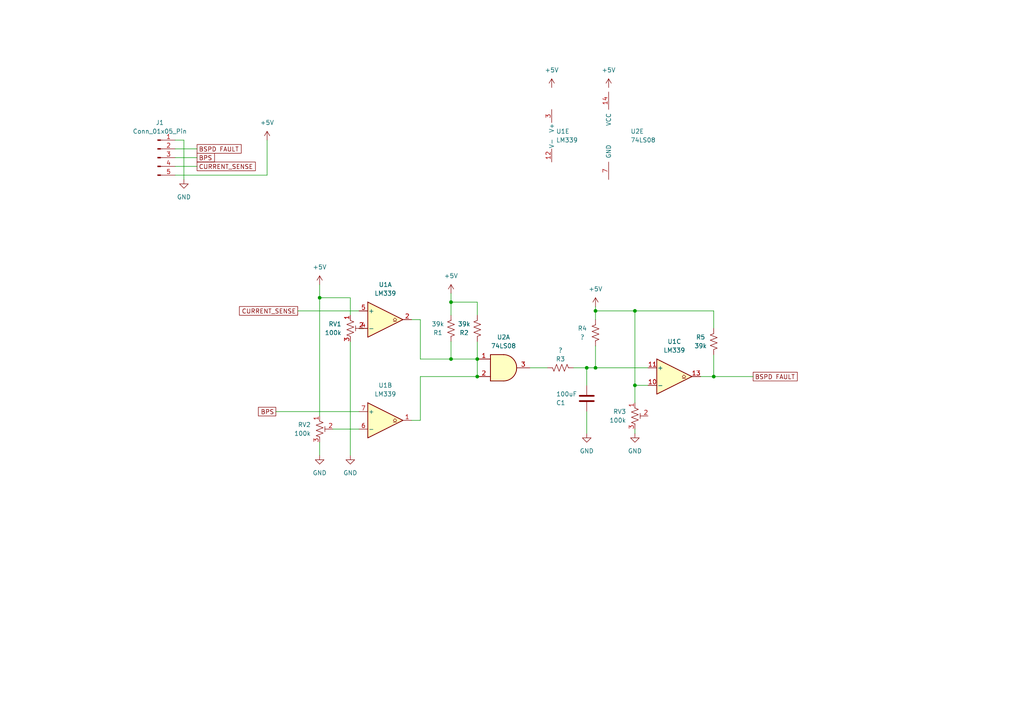
<source format=kicad_sch>
(kicad_sch (version 20230121) (generator eeschema)
  (paper "A4")
  (lib_symbols
    (symbol "74xx:74LS08" (pin_names (offset 1.016))
      (property "Reference" "U" (at 0 1.27 0))
      (property "Value" "74LS08" (at 0 -1.27 0))
      (symbol "74LS08_1_1"
        (arc (start 0 -3.81) (mid 3.7934 0) (end 0 3.81) (stroke (width 0.254)) (fill (type background)))
        (polyline (pts (xy 0 3.81) (xy -3.81 3.81) (xy -3.81 -3.81) (xy 0 -3.81)) (stroke (width 0.254)) (fill (type background)))
        (pin input line (at -7.62 2.54 0) (length 3.81) (name "~") (number "1"))
        (pin input line (at -7.62 -2.54 0) (length 3.81) (name "~") (number "2"))
        (pin output line (at 7.62 0 180) (length 3.81) (name "~") (number "3"))
      )
      (symbol "74LS08_1_2"
        (arc (start -3.81 -3.81) (mid -2.589 0) (end -3.81 3.81) (stroke (width 0.254)))
        (arc (start -0.6096 -3.81) (mid 2.1842 -2.5851) (end 3.81 0) (stroke (width 0.254)) (fill (type background)))
        (polyline (pts (xy -3.81 -3.81) (xy -0.635 -3.81)) (stroke (width 0.254)) (fill (type background)))
        (polyline (pts (xy -3.81 3.81) (xy -0.635 3.81)) (stroke (width 0.254)) (fill (type background)))
        (polyline (pts (xy -0.635 3.81) (xy -3.81 3.81) (xy -3.81 3.81) (xy -3.556 3.4036) (xy -3.0226 2.2606) (xy -2.6924 1.0414) (xy -2.6162 -0.254) (xy -2.7686 -1.4986) (xy -3.175 -2.7178) (xy -3.81 -3.81) (xy -3.81 -3.81) (xy -0.635 -3.81)) (stroke (width -25.4)) (fill (type background)))
        (arc (start 3.81 0) (mid 2.1915 2.5936) (end -0.6096 3.81) (stroke (width 0.254)) (fill (type background)))
        (pin input inverted (at -7.62 2.54 0) (length 4.318) (name "~") (number "1"))
        (pin input inverted (at -7.62 -2.54 0) (length 4.318) (name "~") (number "2"))
        (pin output inverted (at 7.62 0 180) (length 3.81) (name "~") (number "3"))
      )
      (symbol "74LS08_2_1"
        (arc (start 0 -3.81) (mid 3.7934 0) (end 0 3.81) (stroke (width 0.254)) (fill (type background)))
        (polyline (pts (xy 0 3.81) (xy -3.81 3.81) (xy -3.81 -3.81) (xy 0 -3.81)) (stroke (width 0.254)) (fill (type background)))
        (pin input line (at -7.62 2.54 0) (length 3.81) (name "~") (number "4"))
        (pin input line (at -7.62 -2.54 0) (length 3.81) (name "~") (number "5"))
        (pin output line (at 7.62 0 180) (length 3.81) (name "~") (number "6"))
      )
      (symbol "74LS08_2_2"
        (arc (start -3.81 -3.81) (mid -2.589 0) (end -3.81 3.81) (stroke (width 0.254)))
        (arc (start -0.6096 -3.81) (mid 2.1842 -2.5851) (end 3.81 0) (stroke (width 0.254)) (fill (type background)))
        (polyline (pts (xy -3.81 -3.81) (xy -0.635 -3.81)) (stroke (width 0.254)) (fill (type background)))
        (polyline (pts (xy -3.81 3.81) (xy -0.635 3.81)) (stroke (width 0.254)) (fill (type background)))
        (polyline (pts (xy -0.635 3.81) (xy -3.81 3.81) (xy -3.81 3.81) (xy -3.556 3.4036) (xy -3.0226 2.2606) (xy -2.6924 1.0414) (xy -2.6162 -0.254) (xy -2.7686 -1.4986) (xy -3.175 -2.7178) (xy -3.81 -3.81) (xy -3.81 -3.81) (xy -0.635 -3.81)) (stroke (width -25.4)) (fill (type background)))
        (arc (start 3.81 0) (mid 2.1915 2.5936) (end -0.6096 3.81) (stroke (width 0.254)) (fill (type background)))
        (pin input inverted (at -7.62 2.54 0) (length 4.318) (name "~") (number "4"))
        (pin input inverted (at -7.62 -2.54 0) (length 4.318) (name "~") (number "5"))
        (pin output inverted (at 7.62 0 180) (length 3.81) (name "~") (number "6"))
      )
      (symbol "74LS08_3_1"
        (arc (start 0 -3.81) (mid 3.7934 0) (end 0 3.81) (stroke (width 0.254)) (fill (type background)))
        (polyline (pts (xy 0 3.81) (xy -3.81 3.81) (xy -3.81 -3.81) (xy 0 -3.81)) (stroke (width 0.254)) (fill (type background)))
        (pin input line (at -7.62 -2.54 0) (length 3.81) (name "~") (number "10"))
        (pin output line (at 7.62 0 180) (length 3.81) (name "~") (number "8"))
        (pin input line (at -7.62 2.54 0) (length 3.81) (name "~") (number "9"))
      )
      (symbol "74LS08_3_2"
        (arc (start -3.81 -3.81) (mid -2.589 0) (end -3.81 3.81) (stroke (width 0.254)))
        (arc (start -0.6096 -3.81) (mid 2.1842 -2.5851) (end 3.81 0) (stroke (width 0.254)) (fill (type background)))
        (polyline (pts (xy -3.81 -3.81) (xy -0.635 -3.81)) (stroke (width 0.254)) (fill (type background)))
        (polyline (pts (xy -3.81 3.81) (xy -0.635 3.81)) (stroke (width 0.254)) (fill (type background)))
        (polyline (pts (xy -0.635 3.81) (xy -3.81 3.81) (xy -3.81 3.81) (xy -3.556 3.4036) (xy -3.0226 2.2606) (xy -2.6924 1.0414) (xy -2.6162 -0.254) (xy -2.7686 -1.4986) (xy -3.175 -2.7178) (xy -3.81 -3.81) (xy -3.81 -3.81) (xy -0.635 -3.81)) (stroke (width -25.4)) (fill (type background)))
        (arc (start 3.81 0) (mid 2.1915 2.5936) (end -0.6096 3.81) (stroke (width 0.254)) (fill (type background)))
        (pin input inverted (at -7.62 -2.54 0) (length 4.318) (name "~") (number "10"))
        (pin output inverted (at 7.62 0 180) (length 3.81) (name "~") (number "8"))
        (pin input inverted (at -7.62 2.54 0) (length 4.318) (name "~") (number "9"))
      )
      (symbol "74LS08_4_1"
        (arc (start 0 -3.81) (mid 3.7934 0) (end 0 3.81) (stroke (width 0.254)) (fill (type background)))
        (polyline (pts (xy 0 3.81) (xy -3.81 3.81) (xy -3.81 -3.81) (xy 0 -3.81)) (stroke (width 0.254)) (fill (type background)))
        (pin output line (at 7.62 0 180) (length 3.81) (name "~") (number "11"))
        (pin input line (at -7.62 2.54 0) (length 3.81) (name "~") (number "12"))
        (pin input line (at -7.62 -2.54 0) (length 3.81) (name "~") (number "13"))
      )
      (symbol "74LS08_4_2"
        (arc (start -3.81 -3.81) (mid -2.589 0) (end -3.81 3.81) (stroke (width 0.254)))
        (arc (start -0.6096 -3.81) (mid 2.1842 -2.5851) (end 3.81 0) (stroke (width 0.254)) (fill (type background)))
        (polyline (pts (xy -3.81 -3.81) (xy -0.635 -3.81)) (stroke (width 0.254)) (fill (type background)))
        (polyline (pts (xy -3.81 3.81) (xy -0.635 3.81)) (stroke (width 0.254)) (fill (type background)))
        (polyline (pts (xy -0.635 3.81) (xy -3.81 3.81) (xy -3.81 3.81) (xy -3.556 3.4036) (xy -3.0226 2.2606) (xy -2.6924 1.0414) (xy -2.6162 -0.254) (xy -2.7686 -1.4986) (xy -3.175 -2.7178) (xy -3.81 -3.81) (xy -3.81 -3.81) (xy -0.635 -3.81)) (stroke (width -25.4)) (fill (type background)))
        (arc (start 3.81 0) (mid 2.1915 2.5936) (end -0.6096 3.81) (stroke (width 0.254)) (fill (type background)))
        (pin output inverted (at 7.62 0 180) (length 3.81) (name "~") (number "11"))
        (pin input inverted (at -7.62 2.54 0) (length 4.318) (name "~") (number "12"))
        (pin input inverted (at -7.62 -2.54 0) (length 4.318) (name "~") (number "13"))
      )
      (symbol "74LS08_5_0"
        (pin power_in line (at 0 12.7 270) (length 5.08) (name "VCC") (number "14"))
        (pin power_in line (at 0 -12.7 90) (length 5.08) (name "GND") (number "7"))
      )
      (symbol "74LS08_5_1"
        (rectangle (start -5.08 7.62) (end 5.08 -7.62) (stroke (width 0.254)) (fill (type background)))
      )
    )
    (symbol "Comparator:LM339" (pin_names (offset 0.127))
      (property "Reference" "U" (at 0 5.08 0))
      (property "Value" "LM339" (at 0 -5.08 0))
      (symbol "LM339_1_1"
        (polyline (pts (xy -5.08 5.08) (xy 5.08 0) (xy -5.08 -5.08) (xy -5.08 5.08)) (stroke (width 0.254)) (fill (type background)))
        (polyline (pts (xy 3.302 -0.508) (xy 2.794 -0.508) (xy 3.302 0) (xy 2.794 0.508) (xy 2.286 0) (xy 2.794 -0.508) (xy 2.286 -0.508)) (stroke (width 0.127)))
        (pin open_collector line (at 7.62 0 180) (length 2.54) (name "~") (number "2"))
        (pin input line (at -7.62 -2.54 0) (length 2.54) (name "-") (number "4"))
        (pin input line (at -7.62 2.54 0) (length 2.54) (name "+") (number "5"))
      )
      (symbol "LM339_2_1"
        (polyline (pts (xy -5.08 5.08) (xy 5.08 0) (xy -5.08 -5.08) (xy -5.08 5.08)) (stroke (width 0.254)) (fill (type background)))
        (polyline (pts (xy 3.302 -0.508) (xy 2.794 -0.508) (xy 3.302 0) (xy 2.794 0.508) (xy 2.286 0) (xy 2.794 -0.508) (xy 2.286 -0.508)) (stroke (width 0.127)))
        (pin open_collector line (at 7.62 0 180) (length 2.54) (name "~") (number "1"))
        (pin input line (at -7.62 -2.54 0) (length 2.54) (name "-") (number "6"))
        (pin input line (at -7.62 2.54 0) (length 2.54) (name "+") (number "7"))
      )
      (symbol "LM339_3_1"
        (polyline (pts (xy -5.08 5.08) (xy 5.08 0) (xy -5.08 -5.08) (xy -5.08 5.08)) (stroke (width 0.254)) (fill (type background)))
        (polyline (pts (xy 3.302 -0.508) (xy 2.794 -0.508) (xy 3.302 0) (xy 2.794 0.508) (xy 2.286 0) (xy 2.794 -0.508) (xy 2.286 -0.508)) (stroke (width 0.127)))
        (pin input line (at -7.62 -2.54 0) (length 2.54) (name "-") (number "10"))
        (pin input line (at -7.62 2.54 0) (length 2.54) (name "+") (number "11"))
        (pin open_collector line (at 7.62 0 180) (length 2.54) (name "~") (number "13"))
      )
      (symbol "LM339_4_1"
        (polyline (pts (xy -5.08 5.08) (xy 5.08 0) (xy -5.08 -5.08) (xy -5.08 5.08)) (stroke (width 0.254)) (fill (type background)))
        (polyline (pts (xy 3.302 -0.508) (xy 2.794 -0.508) (xy 3.302 0) (xy 2.794 0.508) (xy 2.286 0) (xy 2.794 -0.508) (xy 2.286 -0.508)) (stroke (width 0.127)))
        (pin open_collector line (at 7.62 0 180) (length 2.54) (name "~") (number "14"))
        (pin input line (at -7.62 -2.54 0) (length 2.54) (name "-") (number "8"))
        (pin input line (at -7.62 2.54 0) (length 2.54) (name "+") (number "9"))
      )
      (symbol "LM339_5_1"
        (pin power_in line (at -2.54 -7.62 90) (length 3.81) (name "V-") (number "12"))
        (pin power_in line (at -2.54 7.62 270) (length 3.81) (name "V+") (number "3"))
      )
    )
    (symbol "Connector:Conn_01x05_Pin" (pin_names (offset 1.016) hide)
      (property "Reference" "J" (at 0 7.62 0))
      (property "Value" "Conn_01x05_Pin" (at 0 -7.62 0))
      (symbol "Conn_01x05_Pin_1_1"
        (polyline (pts (xy 1.27 -5.08) (xy 0.8636 -5.08)) (stroke (width 0.1524)))
        (polyline (pts (xy 1.27 -2.54) (xy 0.8636 -2.54)) (stroke (width 0.1524)))
        (polyline (pts (xy 1.27 0) (xy 0.8636 0)) (stroke (width 0.1524)))
        (polyline (pts (xy 1.27 2.54) (xy 0.8636 2.54)) (stroke (width 0.1524)))
        (polyline (pts (xy 1.27 5.08) (xy 0.8636 5.08)) (stroke (width 0.1524)))
        (rectangle (start 0.8636 -4.953) (end 0 -5.207) (stroke (width 0.1524)) (fill (type outline)))
        (rectangle (start 0.8636 -2.413) (end 0 -2.667) (stroke (width 0.1524)) (fill (type outline)))
        (rectangle (start 0.8636 0.127) (end 0 -0.127) (stroke (width 0.1524)) (fill (type outline)))
        (rectangle (start 0.8636 2.667) (end 0 2.413) (stroke (width 0.1524)) (fill (type outline)))
        (rectangle (start 0.8636 5.207) (end 0 4.953) (stroke (width 0.1524)) (fill (type outline)))
        (pin passive line (at 5.08 5.08 180) (length 3.81) (name "Pin_1") (number "1"))
        (pin passive line (at 5.08 2.54 180) (length 3.81) (name "Pin_2") (number "2"))
        (pin passive line (at 5.08 0 180) (length 3.81) (name "Pin_3") (number "3"))
        (pin passive line (at 5.08 -2.54 180) (length 3.81) (name "Pin_4") (number "4"))
        (pin passive line (at 5.08 -5.08 180) (length 3.81) (name "Pin_5") (number "5"))
      )
    )
    (symbol "Device:C" (pin_numbers hide) (pin_names (offset 0.254))
      (property "Reference" "C" (at 0.635 2.54 0))
      (property "Value" "C" (at 0.635 -2.54 0))
      (symbol "C_0_1"
        (polyline (pts (xy -2.032 -0.762) (xy 2.032 -0.762)) (stroke (width 0.508)))
        (polyline (pts (xy -2.032 0.762) (xy 2.032 0.762)) (stroke (width 0.508)))
      )
      (symbol "C_1_1"
        (pin passive line (at 0 3.81 270) (length 2.794) (name "~") (number "1"))
        (pin passive line (at 0 -3.81 90) (length 2.794) (name "~") (number "2"))
      )
    )
    (symbol "Device:R_Potentiometer_Trim_US" (pin_names (offset 1.016) hide)
      (property "Reference" "RV" (at -4.445 0 90))
      (property "Value" "R_Potentiometer_Trim_US" (at -2.54 0 90))
      (symbol "R_Potentiometer_Trim_US_0_1"
        (polyline (pts (xy 0 -2.286) (xy 0 -2.54)))
        (polyline (pts (xy 0 2.286) (xy 0 2.54)))
        (polyline (pts (xy 1.524 0.762) (xy 1.524 -0.762)))
        (polyline (pts (xy 2.54 0) (xy 1.524 0)))
        (polyline (pts (xy 0 -0.762) (xy 1.016 -1.143) (xy 0 -1.524) (xy -1.016 -1.905) (xy 0 -2.286)))
        (polyline (pts (xy 0 0.762) (xy 1.016 0.381) (xy 0 0) (xy -1.016 -0.381) (xy 0 -0.762)))
        (polyline (pts (xy 0 2.286) (xy 1.016 1.905) (xy 0 1.524) (xy -1.016 1.143) (xy 0 0.762)))
      )
      (symbol "R_Potentiometer_Trim_US_1_1"
        (pin passive line (at 0 3.81 270) (length 1.27) (name "1") (number "1"))
        (pin passive line (at 3.81 0 180) (length 1.27) (name "2") (number "2"))
        (pin passive line (at 0 -3.81 90) (length 1.27) (name "3") (number "3"))
      )
    )
    (symbol "Device:R_US" (pin_numbers hide) (pin_names (offset 0))
      (property "Reference" "R" (at 2.54 0 90))
      (property "Value" "R_US" (at -2.54 0 90))
      (symbol "R_US_0_1"
        (polyline (pts (xy 0 -2.286) (xy 0 -2.54)))
        (polyline (pts (xy 0 2.286) (xy 0 2.54)))
        (polyline (pts (xy 0 -0.762) (xy 1.016 -1.143) (xy 0 -1.524) (xy -1.016 -1.905) (xy 0 -2.286)))
        (polyline (pts (xy 0 0.762) (xy 1.016 0.381) (xy 0 0) (xy -1.016 -0.381) (xy 0 -0.762)))
        (polyline (pts (xy 0 2.286) (xy 1.016 1.905) (xy 0 1.524) (xy -1.016 1.143) (xy 0 0.762)))
      )
      (symbol "R_US_1_1"
        (pin passive line (at 0 3.81 270) (length 1.27) (name "~") (number "1"))
        (pin passive line (at 0 -3.81 90) (length 1.27) (name "~") (number "2"))
      )
    )
    (symbol "power:+5V" (power) (pin_names (offset 0))
      (property "Value" "+5V" (at 0 3.556 0))
      (symbol "+5V_0_1"
        (polyline (pts (xy -0.762 1.27) (xy 0 2.54)))
        (polyline (pts (xy 0 0) (xy 0 2.54)))
        (polyline (pts (xy 0 2.54) (xy 0.762 1.27)))
      )
      (symbol "+5V_1_1"
        (pin power_in line (at 0 0 90) (length 0) hide (name "+5V") (number "1"))
      )
    )
    (symbol "power:GND" (power) (pin_names (offset 0))
      (property "Value" "GND" (at 0 -3.81 0))
      (symbol "GND_0_1"
        (polyline (pts (xy 0 0) (xy 0 -1.27) (xy 1.27 -1.27) (xy 0 -2.54) (xy -1.27 -1.27) (xy 0 -1.27)))
      )
      (symbol "GND_1_1"
        (pin power_in line (at 0 0 270) (length 0) hide (name "GND") (number "1"))
      )
    )
  )
  (junction (at 207.01 109.22))
  (junction (at 138.43 104.14))
  (junction (at 184.15 111.76))
  (junction (at 170.18 106.68))
  (junction (at 172.72 90.17))
  (junction (at 138.43 109.22))
  (junction (at 184.15 90.17))
  (junction (at 92.71 86.36))
  (junction (at 130.81 87.63))
  (junction (at 130.81 104.14))
  (junction (at 172.72 106.68))
  (wire (pts (xy 92.71 86.36) (xy 92.71 120.65)))
  (wire (pts (xy 77.47 50.8) (xy 77.47 40.64)))
  (wire (pts (xy 130.81 104.14) (xy 138.43 104.14)))
  (wire (pts (xy 172.72 88.9) (xy 172.72 90.17)))
  (wire (pts (xy 130.81 99.06) (xy 130.81 104.14)))
  (wire (pts (xy 50.8 45.72) (xy 57.15 45.72)))
  (wire (pts (xy 77.47 50.8) (xy 50.8 50.8)))
  (wire (pts (xy 207.01 102.87) (xy 207.01 109.22)))
  (wire (pts (xy 187.96 106.68) (xy 172.72 106.68)))
  (wire (pts (xy 170.18 125.73) (xy 170.18 119.38)))
  (wire (pts (xy 138.43 104.14) (xy 138.43 109.22)))
  (wire (pts (xy 86.36 90.17) (xy 104.14 90.17)))
  (wire (pts (xy 166.37 106.68) (xy 170.18 106.68)))
  (wire (pts (xy 184.15 124.46) (xy 184.15 125.73)))
  (wire (pts (xy 119.38 92.71) (xy 121.92 92.71)))
  (wire (pts (xy 57.15 43.18) (xy 50.8 43.18)))
  (wire (pts (xy 138.43 99.06) (xy 138.43 104.14)))
  (wire (pts (xy 172.72 100.33) (xy 172.72 106.68)))
  (wire (pts (xy 121.92 121.92) (xy 119.38 121.92)))
  (wire (pts (xy 153.67 106.68) (xy 158.75 106.68)))
  (wire (pts (xy 130.81 87.63) (xy 130.81 91.44)))
  (wire (pts (xy 121.92 104.14) (xy 130.81 104.14)))
  (wire (pts (xy 53.34 40.64) (xy 50.8 40.64)))
  (wire (pts (xy 130.81 85.09) (xy 130.81 87.63)))
  (wire (pts (xy 80.01 119.38) (xy 104.14 119.38)))
  (wire (pts (xy 101.6 99.06) (xy 101.6 132.08)))
  (wire (pts (xy 92.71 86.36) (xy 101.6 86.36)))
  (wire (pts (xy 184.15 111.76) (xy 187.96 111.76)))
  (wire (pts (xy 172.72 90.17) (xy 184.15 90.17)))
  (wire (pts (xy 101.6 86.36) (xy 101.6 91.44)))
  (wire (pts (xy 138.43 87.63) (xy 138.43 91.44)))
  (wire (pts (xy 207.01 109.22) (xy 203.2 109.22)))
  (wire (pts (xy 184.15 90.17) (xy 184.15 111.76)))
  (wire (pts (xy 96.52 124.46) (xy 104.14 124.46)))
  (wire (pts (xy 53.34 40.64) (xy 53.34 52.07)))
  (wire (pts (xy 50.8 48.26) (xy 57.15 48.26)))
  (wire (pts (xy 172.72 90.17) (xy 172.72 92.71)))
  (wire (pts (xy 172.72 106.68) (xy 170.18 106.68)))
  (wire (pts (xy 170.18 106.68) (xy 170.18 111.76)))
  (wire (pts (xy 130.81 87.63) (xy 138.43 87.63)))
  (wire (pts (xy 121.92 92.71) (xy 121.92 104.14)))
  (wire (pts (xy 184.15 90.17) (xy 207.01 90.17)))
  (wire (pts (xy 184.15 111.76) (xy 184.15 116.84)))
  (wire (pts (xy 207.01 109.22) (xy 218.44 109.22)))
  (wire (pts (xy 92.71 82.55) (xy 92.71 86.36)))
  (wire (pts (xy 207.01 90.17) (xy 207.01 95.25)))
  (wire (pts (xy 121.92 109.22) (xy 138.43 109.22)))
  (wire (pts (xy 92.71 128.27) (xy 92.71 132.08)))
  (wire (pts (xy 121.92 109.22) (xy 121.92 121.92)))
  (wire (pts (xy 105.41 95.25) (xy 104.14 95.25)))
  (global_label "BSPD FAULT" (shape passive) (at 57.15 43.18 0) (property "Intersheetrefs" "${INTERSHEET_REFS}" (effects hide)))
  (global_label "BSPD FAULT" (shape passive) (at 218.44 109.22 0) (property "Intersheetrefs" "${INTERSHEET_REFS}" (effects hide)))
  (global_label "BPS" (shape passive) (at 80.01 119.38 180) (property "Intersheetrefs" "${INTERSHEET_REFS}" (effects hide)))
  (global_label "CURRENT_SENSE" (shape passive) (at 86.36 90.17 180) (property "Intersheetrefs" "${INTERSHEET_REFS}" (effects hide)))
  (global_label "CURRENT_SENSE" (shape passive) (at 57.15 48.26 0) (property "Intersheetrefs" "${INTERSHEET_REFS}" (effects hide)))
  (global_label "BPS" (shape passive) (at 57.15 45.72 0) (property "Intersheetrefs" "${INTERSHEET_REFS}" (effects hide)))
  (symbol (lib_id "power:GND") (at 170.18 125.73 0) (unit 1)
    (property "Reference" "#PWR08" (effects hide))
    (property "Value" "GND" (at 170.18 130.81 0))
  )
  (symbol (lib_id "Device:R_Potentiometer_Trim_US") (at 101.6 95.25 0) (unit 1)
    (property "Reference" "RV1" (at 99.06 93.98 0) (effects (justify right)))
    (property "Value" "100k" (at 99.06 96.52 0) (effects (justify right)))
    (property "Footprint" "Potentiometer_THT:Potentiometer_Bourns_3266Y_Vertical" (effects hide))
  )
  (symbol (lib_id "Comparator:LM339") (at 111.76 121.92 0) (unit 2)
    (property "Reference" "U1" (at 111.76 111.76 0))
    (property "Value" "LM339" (at 111.76 114.3 0))
    (property "Footprint" "Package_SO:SOIC-14_3.9x8.7mm_P1.27mm" (effects hide))
    (property "Datasheet" "https://www.st.com/resource/en/datasheet/lm139.pdf" (effects hide))
  )
  (symbol (lib_id "Connector:Conn_01x05_Pin") (at 45.72 45.72 0) (unit 1)
    (property "Reference" "J1" (at 46.355 35.56 0))
    (property "Value" "Conn_01x05_Pin" (at 46.355 38.1 0))
    (property "Footprint" "Connector_PinSocket_2.54mm:PinSocket_1x05_P2.54mm_Vertical" (effects hide))
  )
  (symbol (lib_id "Device:R_Potentiometer_Trim_US") (at 184.15 120.65 0) (unit 1)
    (property "Reference" "RV3" (at 181.61 119.38 0) (effects (justify right)))
    (property "Value" "100k" (at 181.61 121.92 0) (effects (justify right)))
    (property "Footprint" "Potentiometer_THT:Potentiometer_Bourns_3266Y_Vertical" (effects hide))
  )
  (symbol (lib_id "power:+5V") (at 130.81 85.09 0) (unit 1)
    (property "Reference" "#PWR07" (effects hide))
    (property "Value" "+5V" (at 130.81 80.01 0))
  )
  (symbol (lib_id "Device:C") (at 170.18 115.57 0) (mirror x) (unit 1)
    (property "Reference" "C1" (at 161.29 116.84 0) (effects (justify left)))
    (property "Value" "100uF" (at 161.29 114.3 0) (effects (justify left)))
    (property "Footprint" "Capacitor_THT:C_Rect_L7.5mm_W6.5mm_P5.00mm" (effects hide))
  )
  (symbol (lib_id "power:GND") (at 101.6 132.08 0) (unit 1)
    (property "Reference" "#PWR04" (effects hide))
    (property "Value" "GND" (at 101.6 137.16 0))
  )
  (symbol (lib_id "Device:R_Potentiometer_Trim_US") (at 92.71 124.46 0) (unit 1)
    (property "Reference" "RV2" (at 90.17 123.19 0) (effects (justify right)))
    (property "Value" "100k" (at 90.17 125.73 0) (effects (justify right)))
    (property "Footprint" "Potentiometer_THT:Potentiometer_Bourns_3266Y_Vertical" (effects hide))
  )
  (symbol (lib_id "74xx:74LS08") (at 176.53 39.37 0) (unit 5) (convert 2)
    (property "Reference" "U2" (at 182.88 38.1 0) (effects (justify left)))
    (property "Value" "74LS08" (at 182.88 40.64 0) (effects (justify left)))
    (property "Datasheet" "http://www.ti.com/lit/gpn/sn74LS08" (effects hide))
  )
  (symbol (lib_id "power:+5V") (at 92.71 82.55 0) (unit 1)
    (property "Reference" "#PWR03" (effects hide))
    (property "Value" "+5V" (at 92.71 77.47 0))
  )
  (symbol (lib_id "power:+5V") (at 176.53 25.4 0) (unit 1)
    (property "Reference" "#PWR012" (effects hide))
    (property "Value" "+5V" (at 176.53 20.32 0))
  )
  (symbol (lib_id "power:GND") (at 184.15 125.73 0) (unit 1)
    (property "Reference" "#PWR010" (effects hide))
    (property "Value" "GND" (at 184.15 130.81 0))
  )
  (symbol (lib_id "Comparator:LM339") (at 195.58 109.22 0) (unit 3)
    (property "Reference" "U1" (at 195.58 99.06 0))
    (property "Value" "LM339" (at 195.58 101.6 0))
    (property "Footprint" "Package_SO:SOIC-14_3.9x8.7mm_P1.27mm" (effects hide))
    (property "Datasheet" "https://www.st.com/resource/en/datasheet/lm139.pdf" (effects hide))
  )
  (symbol (lib_id "74xx:74LS08") (at 146.05 106.68 0) (unit 1)
    (property "Reference" "U2" (at 146.0417 97.79 0))
    (property "Value" "74LS08" (at 146.0417 100.33 0))
    (property "Datasheet" "http://www.ti.com/lit/gpn/sn74LS08" (effects hide))
  )
  (symbol (lib_id "Device:R_US") (at 138.43 95.25 0) (mirror y) (unit 1)
    (property "Reference" "R2" (at 134.62 96.52 0))
    (property "Value" "39k" (at 134.62 93.98 0))
    (property "Footprint" "Resistor_THT:R_Axial_DIN0204_L3.6mm_D1.6mm_P5.08mm_Horizontal" (effects hide))
  )
  (symbol (lib_id "Device:R_US") (at 172.72 96.52 0) (mirror y) (unit 1)
    (property "Reference" "R4" (at 168.91 95.25 0))
    (property "Value" "?" (at 168.91 97.79 0))
    (property "Footprint" "Resistor_THT:R_Axial_DIN0204_L3.6mm_D1.6mm_P5.08mm_Horizontal" (effects hide))
  )
  (symbol (lib_id "power:GND") (at 53.34 52.07 0) (unit 1)
    (property "Reference" "#PWR01" (effects hide))
    (property "Value" "GND" (at 53.34 57.15 0))
  )
  (symbol (lib_id "power:+5V") (at 172.72 88.9 0) (unit 1)
    (property "Reference" "#PWR09" (effects hide))
    (property "Value" "+5V" (at 172.72 83.82 0))
  )
  (symbol (lib_id "Device:R_US") (at 162.56 106.68 270) (mirror x) (unit 1)
    (property "Reference" "R3" (at 162.56 104.14 90))
    (property "Value" "?" (at 162.56 101.6 90))
    (property "Footprint" "Resistor_THT:R_Axial_DIN0204_L3.6mm_D1.6mm_P5.08mm_Horizontal" (effects hide))
  )
  (symbol (lib_id "Device:R_US") (at 130.81 95.25 0) (mirror y) (unit 1)
    (property "Reference" "R1" (at 127 96.52 0))
    (property "Value" "39k" (at 127 93.98 0))
    (property "Footprint" "Resistor_THT:R_Axial_DIN0204_L3.6mm_D1.6mm_P5.08mm_Horizontal" (effects hide))
  )
  (symbol (lib_id "power:+5V") (at 77.47 40.64 0) (unit 1)
    (property "Reference" "#PWR02" (effects hide))
    (property "Value" "+5V" (at 77.47 35.56 0))
  )
  (symbol (lib_id "Comparator:LM339") (at 111.76 92.71 0) (unit 1)
    (property "Reference" "U1" (at 111.76 82.55 0))
    (property "Value" "LM339" (at 111.76 85.09 0))
    (property "Footprint" "Package_SO:SOIC-14_3.9x8.7mm_P1.27mm" (effects hide))
    (property "Datasheet" "https://www.st.com/resource/en/datasheet/lm139.pdf" (effects hide))
  )
  (symbol (lib_id "Comparator:LM339") (at 162.56 39.37 0) (unit 5)
    (property "Reference" "U1" (at 161.29 38.1 0) (effects (justify left)))
    (property "Value" "LM339" (at 161.29 40.64 0) (effects (justify left)))
    (property "Footprint" "Package_SO:SOIC-14_3.9x8.7mm_P1.27mm" (effects hide))
    (property "Datasheet" "https://www.st.com/resource/en/datasheet/lm139.pdf" (effects hide))
  )
  (symbol (lib_id "Device:R_US") (at 207.01 99.06 0) (mirror y) (unit 1)
    (property "Reference" "R5" (at 203.2 97.79 0))
    (property "Value" "39k" (at 203.2 100.33 0))
    (property "Footprint" "Resistor_THT:R_Axial_DIN0204_L3.6mm_D1.6mm_P5.08mm_Horizontal" (effects hide))
  )
  (symbol (lib_id "power:+5V") (at 160.02 25.4 0) (unit 1)
    (property "Reference" "#PWR011" (effects hide))
    (property "Value" "+5V" (at 160.02 20.32 0))
  )
  (symbol (lib_id "power:GND") (at 92.71 132.08 0) (unit 1)
    (property "Reference" "#PWR06" (effects hide))
    (property "Value" "GND" (at 92.71 137.16 0))
  )
)
</source>
